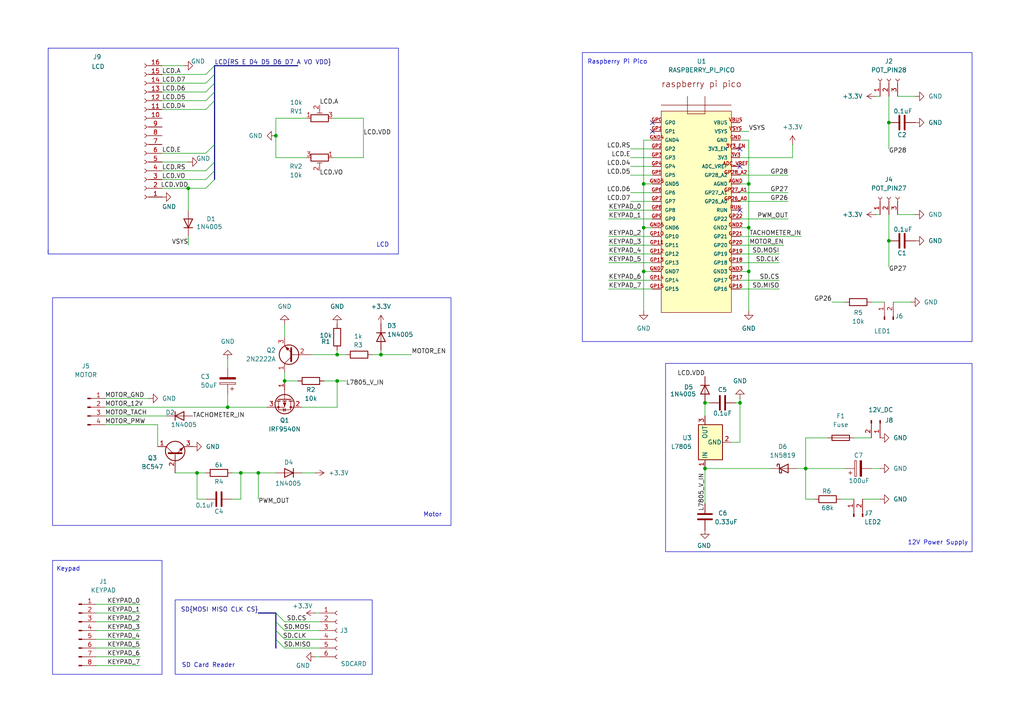
<source format=kicad_sch>
(kicad_sch (version 20231120) (generator "eeschema") (generator_version "8.0")
  (paper "A4")
  (title_block (title "spincoater") (date "2024-12-03") (rev "V1") (company "Waterloo Hacker Fab"))
  (lib_symbols
    (symbol "Connector:Conn_01x02_Pin" (pin_names (offset 1.016) hide)
      (property "Reference" "J" (at 0 2.54 0))
      (property "Value" "Conn_01x02_Pin" (at 0 -5.08 0))
      (symbol "Conn_01x02_Pin_1_1"
        (pin passive line (at 5.08 0 180) (length 3.81) (name "Pin_1") (number "1"))
        (pin passive line (at 5.08 -2.54 180) (length 3.81) (name "Pin_2") (number "2"))
      )
    )
    (symbol "Connector:Conn_01x03_Socket" (pin_names (offset 1.016) hide)
      (property "Reference" "J" (at 0 5.08 0))
      (property "Value" "Conn_01x03_Socket" (at 0 -5.08 0))
      (symbol "Conn_01x03_Socket_1_1"
        (pin passive line (at -5.08 2.54 0) (length 3.81) (name "Pin_1") (number "1"))
        (pin passive line (at -5.08 0 0) (length 3.81) (name "Pin_2") (number "2"))
        (pin passive line (at -5.08 -2.54 0) (length 3.81) (name "Pin_3") (number "3"))
      )
    )
    (symbol "Connector:Conn_01x04_Pin" (pin_names (offset 1.016) hide)
      (property "Reference" "J" (at 0 5.08 0))
      (property "Value" "Conn_01x04_Pin" (at 0 -7.62 0))
      (symbol "Conn_01x04_Pin_1_1"
        (pin passive line (at 5.08 2.54 180) (length 3.81) (name "Pin_1") (number "1"))
        (pin passive line (at 5.08 0 180) (length 3.81) (name "Pin_2") (number "2"))
        (pin passive line (at 5.08 -2.54 180) (length 3.81) (name "Pin_3") (number "3"))
        (pin passive line (at 5.08 -5.08 180) (length 3.81) (name "Pin_4") (number "4"))
      )
    )
    (symbol "Connector:Conn_01x06_Socket" (pin_names (offset 1.016) hide)
      (property "Reference" "J" (at 0 7.62 0))
      (property "Value" "Conn_01x06_Socket" (at 0 -10.16 0))
      (symbol "Conn_01x06_Socket_1_1"
        (pin passive line (at -5.08 5.08 0) (length 3.81) (name "Pin_1") (number "1"))
        (pin passive line (at -5.08 2.54 0) (length 3.81) (name "Pin_2") (number "2"))
        (pin passive line (at -5.08 0 0) (length 3.81) (name "Pin_3") (number "3"))
        (pin passive line (at -5.08 -2.54 0) (length 3.81) (name "Pin_4") (number "4"))
        (pin passive line (at -5.08 -5.08 0) (length 3.81) (name "Pin_5") (number "5"))
        (pin passive line (at -5.08 -7.62 0) (length 3.81) (name "Pin_6") (number "6"))
      )
    )
    (symbol "Connector:Conn_01x08_Pin" (pin_names (offset 1.016) hide)
      (property "Reference" "J" (at 0 10.16 0))
      (property "Value" "Conn_01x08_Pin" (at 0 -12.7 0))
      (symbol "Conn_01x08_Pin_1_1"
        (pin passive line (at 5.08 7.62 180) (length 3.81) (name "Pin_1") (number "1"))
        (pin passive line (at 5.08 5.08 180) (length 3.81) (name "Pin_2") (number "2"))
        (pin passive line (at 5.08 2.54 180) (length 3.81) (name "Pin_3") (number "3"))
        (pin passive line (at 5.08 0 180) (length 3.81) (name "Pin_4") (number "4"))
        (pin passive line (at 5.08 -2.54 180) (length 3.81) (name "Pin_5") (number "5"))
        (pin passive line (at 5.08 -5.08 180) (length 3.81) (name "Pin_6") (number "6"))
        (pin passive line (at 5.08 -7.62 180) (length 3.81) (name "Pin_7") (number "7"))
        (pin passive line (at 5.08 -10.16 180) (length 3.81) (name "Pin_8") (number "8"))
      )
    )
    (symbol "Connector:Conn_01x16_Socket" (pin_names (offset 1.016) hide)
      (property "Reference" "J" (at 0 20.32 0))
      (property "Value" "Conn_01x16_Socket" (at 0 -22.86 0))
      (symbol "Conn_01x16_Socket_1_1"
        (pin passive line (at -5.08 17.78 0) (length 3.81) (name "Pin_1") (number "1"))
        (pin passive line (at -5.08 -5.08 0) (length 3.81) (name "Pin_10") (number "10"))
        (pin passive line (at -5.08 -7.62 0) (length 3.81) (name "Pin_11") (number "11"))
        (pin passive line (at -5.08 -10.16 0) (length 3.81) (name "Pin_12") (number "12"))
        (pin passive line (at -5.08 -12.7 0) (length 3.81) (name "Pin_13") (number "13"))
        (pin passive line (at -5.08 -15.24 0) (length 3.81) (name "Pin_14") (number "14"))
        (pin passive line (at -5.08 -17.78 0) (length 3.81) (name "Pin_15") (number "15"))
        (pin passive line (at -5.08 -20.32 0) (length 3.81) (name "Pin_16") (number "16"))
        (pin passive line (at -5.08 15.24 0) (length 3.81) (name "Pin_2") (number "2"))
        (pin passive line (at -5.08 12.7 0) (length 3.81) (name "Pin_3") (number "3"))
        (pin passive line (at -5.08 10.16 0) (length 3.81) (name "Pin_4") (number "4"))
        (pin passive line (at -5.08 7.62 0) (length 3.81) (name "Pin_5") (number "5"))
        (pin passive line (at -5.08 5.08 0) (length 3.81) (name "Pin_6") (number "6"))
        (pin passive line (at -5.08 2.54 0) (length 3.81) (name "Pin_7") (number "7"))
        (pin passive line (at -5.08 0 0) (length 3.81) (name "Pin_8") (number "8"))
        (pin passive line (at -5.08 -2.54 0) (length 3.81) (name "Pin_9") (number "9"))
      )
    )
    (symbol "Device:C" (pin_numbers hide) (pin_names (offset 0.254))
      (property "Reference" "C" (at 0.635 2.54 0))
      (property "Value" "C" (at 0.635 -2.54 0))
      (symbol "C_1_1"
        (pin passive line (at 0 3.81 270) (length 2.794) (name "~") (number "1"))
        (pin passive line (at 0 -3.81 90) (length 2.794) (name "~") (number "2"))
      )
    )
    (symbol "Device:C_Polarized" (pin_numbers hide) (pin_names (offset 0.254))
      (property "Reference" "C" (at 0.635 2.54 0))
      (property "Value" "C_Polarized" (at 0.635 -2.54 0))
      (symbol "C_Polarized_1_1"
        (pin passive line (at 0 3.81 270) (length 2.794) (name "~") (number "1"))
        (pin passive line (at 0 -3.81 90) (length 2.794) (name "~") (number "2"))
      )
    )
    (symbol "Device:Fuse" (pin_numbers hide) (pin_names (offset 0))
      (property "Reference" "F" (at 2.032 0 90))
      (property "Value" "Fuse" (at -1.905 0 90))
      (symbol "Fuse_1_1"
        (pin passive line (at 0 3.81 270) (length 1.27) (name "~") (number "1"))
        (pin passive line (at 0 -3.81 90) (length 1.27) (name "~") (number "2"))
      )
    )
    (symbol "Device:R" (pin_numbers hide) (pin_names (offset 0))
      (property "Reference" "R" (at 2.032 0 90))
      (property "Value" "R" (at 0 0 90))
      (symbol "R_1_1"
        (pin passive line (at 0 3.81 270) (length 1.27) (name "~") (number "1"))
        (pin passive line (at 0 -3.81 90) (length 1.27) (name "~") (number "2"))
      )
    )
    (symbol "Device:R_Potentiometer_Trim" (pin_names (offset 1.016) hide)
      (property "Reference" "RV" (at -4.445 0 90))
      (property "Value" "R_Potentiometer_Trim" (at -2.54 0 90))
      (symbol "R_Potentiometer_Trim_1_1"
        (pin passive line (at 0 3.81 270) (length 1.27) (name "1") (number "1"))
        (pin passive line (at 3.81 0 180) (length 1.27) (name "2") (number "2"))
        (pin passive line (at 0 -3.81 90) (length 1.27) (name "3") (number "3"))
      )
    )
    (symbol "Diode:1N4005" (pin_numbers hide) (pin_names hide)
      (property "Reference" "D" (at 0 2.54 0))
      (property "Value" "1N4005" (at 0 -2.54 0))
      (symbol "1N4005_1_1"
        (pin passive line (at -3.81 0 0) (length 2.54) (name "K") (number "1"))
        (pin passive line (at 3.81 0 180) (length 2.54) (name "A") (number "2"))
      )
    )
    (symbol "Diode:1N5819" (pin_numbers hide) (pin_names (offset 1.016) hide)
      (property "Reference" "D" (at 0 2.54 0))
      (property "Value" "1N5819" (at 0 -2.54 0))
      (symbol "1N5819_1_1"
        (pin passive line (at -3.81 0 0) (length 2.54) (name "K") (number "1"))
        (pin passive line (at 3.81 0 180) (length 2.54) (name "A") (number "2"))
      )
    )
    (symbol "RPI_PICO:RASPBERRY_PI_PICO" (pin_names (offset 1.016))
      (property "Reference" "U" (at 0 0 0))
      (property "Value" "RASPBERRY_PI_PICO" (at 0 0 0))
      (symbol "RASPBERRY_PI_PICO_0_0"
        (text "raspberry pi pico" (at -7.62 30.48 0) (effects (font (size 1.778 1.778)) (justify left bottom)))
        (pin bidirectional line (at 15.24 10.16 180) (length 2.54) (name "3V3") (number "3V3"))
        (pin bidirectional line (at 15.24 12.7 180) (length 2.54) (name "3V3_EN") (number "3V3_EN"))
        (pin bidirectional line (at 15.24 7.62 180) (length 2.54) (name "ADC_VREF") (number "ADC_VREF"))
        (pin bidirectional line (at 15.24 2.54 180) (length 2.54) (name "AGND") (number "AGND"))
        (pin bidirectional line (at 15.24 15.24 180) (length 2.54) (name "GND") (number "GND"))
        (pin bidirectional line (at 15.24 -10.16 180) (length 2.54) (name "GND2") (number "GND2"))
        (pin bidirectional line (at 15.24 -22.86 180) (length 2.54) (name "GND3") (number "GND3"))
        (pin bidirectional line (at -10.16 15.24 0) (length 2.54) (name "GND4") (number "GND4"))
        (pin bidirectional line (at -10.16 2.54 0) (length 2.54) (name "GND5") (number "GND5"))
        (pin bidirectional line (at -10.16 -10.16 0) (length 2.54) (name "GND6") (number "GND6"))
        (pin bidirectional line (at -10.16 -22.86 0) (length 2.54) (name "GND7") (number "GND7"))
        (pin bidirectional line (at -10.16 20.32 0) (length 2.54) (name "GP0") (number "GP0"))
        (pin bidirectional line (at -10.16 17.78 0) (length 2.54) (name "GP1") (number "GP1"))
        (pin bidirectional line (at -10.16 -12.7 0) (length 2.54) (name "GP10") (number "GP10"))
        (pin bidirectional line (at -10.16 -15.24 0) (length 2.54) (name "GP11") (number "GP11"))
        (pin bidirectional line (at -10.16 -17.78 0) (length 2.54) (name "GP12") (number "GP12"))
        (pin bidirectional line (at -10.16 -20.32 0) (length 2.54) (name "GP13") (number "GP13"))
        (pin bidirectional line (at -10.16 -25.4 0) (length 2.54) (name "GP14") (number "GP14"))
        (pin bidirectional line (at -10.16 -27.94 0) (length 2.54) (name "GP15") (number "GP15"))
        (pin bidirectional line (at 15.24 -27.94 180) (length 2.54) (name "GP16") (number "GP16"))
        (pin bidirectional line (at 15.24 -25.4 180) (length 2.54) (name "GP17") (number "GP17"))
        (pin bidirectional line (at 15.24 -20.32 180) (length 2.54) (name "GP18") (number "GP18"))
        (pin bidirectional line (at 15.24 -17.78 180) (length 2.54) (name "GP19") (number "GP19"))
        (pin bidirectional line (at -10.16 12.7 0) (length 2.54) (name "GP2") (number "GP2"))
        (pin bidirectional line (at 15.24 -15.24 180) (length 2.54) (name "GP20") (number "GP20"))
        (pin bidirectional line (at 15.24 -12.7 180) (length 2.54) (name "GP21") (number "GP21"))
        (pin bidirectional line (at 15.24 -7.62 180) (length 2.54) (name "GP22") (number "GP22"))
        (pin bidirectional line (at 15.24 -2.54 180) (length 2.54) (name "GP26_A0") (number "GP26_A0"))
        (pin bidirectional line (at 15.24 0 180) (length 2.54) (name "GP27_A1") (number "GP27_A1"))
        (pin bidirectional line (at 15.24 5.08 180) (length 2.54) (name "GP28_A2") (number "GP28_A2"))
        (pin bidirectional line (at -10.16 10.16 0) (length 2.54) (name "GP3") (number "GP3"))
        (pin bidirectional line (at -10.16 7.62 0) (length 2.54) (name "GP4") (number "GP4"))
        (pin bidirectional line (at -10.16 5.08 0) (length 2.54) (name "GP5") (number "GP5"))
        (pin bidirectional line (at -10.16 0 0) (length 2.54) (name "GP6") (number "GP6"))
        (pin bidirectional line (at -10.16 -2.54 0) (length 2.54) (name "GP7") (number "GP7"))
        (pin bidirectional line (at -10.16 -5.08 0) (length 2.54) (name "GP8") (number "GP8"))
        (pin bidirectional line (at -10.16 -7.62 0) (length 2.54) (name "GP9") (number "GP9"))
        (pin bidirectional line (at 15.24 -5.08 180) (length 2.54) (name "RUN") (number "RUN"))
        (pin bidirectional line (at 15.24 20.32 180) (length 2.54) (name "VBUS") (number "VBUS"))
        (pin bidirectional line (at 15.24 17.78 180) (length 2.54) (name "VSYS") (number "VSYS"))
      )
    )
    (symbol "Regulator_Linear:L7805" (pin_names (offset 0.254))
      (property "Reference" "U" (at -3.81 3.175 0))
      (property "Value" "L7805" (at 0 3.175 0))
      (symbol "L7805_1_1"
        (pin power_in line (at -7.62 0 0) (length 2.54) (name "IN") (number "1"))
        (pin power_in line (at 0 -7.62 90) (length 2.54) (name "GND") (number "2"))
        (pin power_out line (at 7.62 0 180) (length 2.54) (name "OUT") (number "3"))
      )
    )
    (symbol "Transistor_BJT:BC547" (pin_names (offset 0) hide)
      (property "Reference" "Q" (at 5.08 1.905 0))
      (property "Value" "BC547" (at 5.08 0 0))
      (symbol "BC547_1_1"
        (pin passive line (at 2.54 5.08 270) (length 2.54) (name "C") (number "1"))
        (pin input line (at -5.08 0 0) (length 5.08) (name "B") (number "2"))
        (pin passive line (at 2.54 -5.08 90) (length 2.54) (name "E") (number "3"))
      )
    )
    (symbol "Transistor_FET:IRF9540N" (pin_names hide)
      (property "Reference" "Q" (at 5.08 1.905 0))
      (property "Value" "IRF9540N" (at 5.08 0 0))
      (symbol "IRF9540N_1_1"
        (pin input line (at -5.08 0 0) (length 2.54) (name "G") (number "1"))
        (pin passive line (at 2.54 5.08 270) (length 2.54) (name "D") (number "2"))
        (pin passive line (at 2.54 -5.08 90) (length 2.54) (name "S") (number "3"))
      )
    )
    (symbol "power:+3.3V" (power) (pin_numbers hide) (pin_names (offset 0) hide)
      (property "Value" "+3.3V" (at 0 3.556 0))
      (symbol "+3.3V_1_1"
        (pin power_in line (at 0 0 90) (length 0) (name "~") (number "1"))
      )
    )
    (symbol "power:GND" (power) (pin_numbers hide) (pin_names (offset 0) hide)
      (property "Value" "GND" (at 0 -3.81 0))
      (symbol "GND_1_1"
        (pin power_in line (at 0 0 270) (length 0) (name "~") (number "1"))
      )
    )
  )
  (junction (at 110.49 102.87))
  (junction (at 214.63 116.84))
  (junction (at 186.69 53.34))
  (junction (at 66.04 118.11))
  (junction (at 82.55 110.49))
  (junction (at 217.17 53.34))
  (junction (at 233.68 135.89))
  (junction (at 74.93 137.16))
  (junction (at 54.61 54.61))
  (junction (at 57.15 137.16))
  (junction (at 186.69 78.74))
  (junction (at 257.81 69.85))
  (junction (at 97.79 102.87))
  (junction (at 186.69 66.04))
  (junction (at 97.79 110.49))
  (junction (at 257.81 35.56))
  (junction (at 204.47 116.84))
  (junction (at 217.17 66.04))
  (junction (at 217.17 78.74))
  (junction (at 204.47 135.89))
  (junction (at 80.01 39.37))
  (junction (at 69.85 137.16))
  (no_connect (at 214.63 43.18))
  (no_connect (at 189.23 35.56))
  (no_connect (at 189.23 38.1))
  (no_connect (at 214.63 60.96))
  (no_connect (at 214.63 48.26))
  (bus_entry (at 80.01 185.42) (size 2.54 2.54))
  (bus_entry (at 80.01 177.8) (size 2.54 2.54))
  (bus_entry (at 62.23 29.21) (size -2.54 2.54))
  (bus_entry (at 62.23 26.67) (size -2.54 2.54))
  (bus_entry (at 62.23 21.59) (size -2.54 2.54))
  (bus_entry (at 62.23 52.07) (size -2.54 2.54))
  (bus_entry (at 62.23 41.91) (size -2.54 2.54))
  (bus_entry (at 62.23 46.99) (size -2.54 2.54))
  (bus_entry (at 80.01 182.88) (size 2.54 2.54))
  (bus_entry (at 62.23 19.05) (size -2.54 2.54))
  (bus_entry (at 62.23 49.53) (size -2.54 2.54))
  (bus_entry (at 62.23 24.13) (size -2.54 2.54))
  (bus_entry (at 80.01 180.34) (size 2.54 2.54))
  (wire (pts (xy 257.81 62.23) (xy 257.81 69.85)))
  (wire (pts (xy 214.63 83.82) (xy 226.06 83.82)))
  (wire (pts (xy 214.63 116.84) (xy 214.63 128.27)))
  (wire (pts (xy 182.88 48.26) (xy 189.23 48.26)))
  (wire (pts (xy 105.41 34.29) (xy 105.41 45.72)))
  (wire (pts (xy 182.88 45.72) (xy 189.23 45.72)))
  (wire (pts (xy 254 62.23) (xy 255.27 62.23)))
  (bus (pts (xy 80.01 180.34) (xy 80.01 177.8)))
  (wire (pts (xy 260.35 27.94) (xy 265.43 27.94)))
  (wire (pts (xy 257.81 27.94) (xy 257.81 35.56)))
  (wire (pts (xy 110.49 101.6) (xy 110.49 102.87)))
  (wire (pts (xy 30.48 115.57) (xy 43.18 115.57)))
  (wire (pts (xy 57.15 137.16) (xy 57.15 144.78)))
  (wire (pts (xy 214.63 63.5) (xy 228.6 63.5)))
  (wire (pts (xy 97.79 102.87) (xy 90.17 102.87)))
  (wire (pts (xy 217.17 78.74) (xy 217.17 66.04)))
  (wire (pts (xy 82.55 97.79) (xy 82.55 93.98)))
  (wire (pts (xy 214.63 45.72) (xy 229.87 45.72)))
  (wire (pts (xy 182.88 55.88) (xy 189.23 55.88)))
  (wire (pts (xy 54.61 54.61) (xy 59.69 54.61)))
  (wire (pts (xy 228.6 55.88) (xy 214.63 55.88)))
  (wire (pts (xy 74.93 137.16) (xy 74.93 144.78)))
  (wire (pts (xy 40.64 180.34) (xy 27.94 180.34)))
  (wire (pts (xy 30.48 123.19) (xy 45.72 123.19)))
  (wire (pts (xy 233.68 144.78) (xy 233.68 135.89)))
  (wire (pts (xy 214.63 38.1) (xy 217.17 38.1)))
  (wire (pts (xy 92.71 177.8) (xy 91.44 177.8)))
  (wire (pts (xy 214.63 115.57) (xy 214.63 116.84)))
  (wire (pts (xy 229.87 41.91) (xy 229.87 45.72)))
  (wire (pts (xy 46.99 26.67) (xy 59.69 26.67)))
  (bus (pts (xy 80.01 182.88) (xy 80.01 180.34)))
  (wire (pts (xy 186.69 66.04) (xy 186.69 78.74)))
  (wire (pts (xy 186.69 40.64) (xy 186.69 53.34)))
  (wire (pts (xy 66.04 104.14) (xy 66.04 106.68)))
  (wire (pts (xy 228.6 50.8) (xy 214.63 50.8)))
  (wire (pts (xy 212.09 128.27) (xy 214.63 128.27)))
  (wire (pts (xy 69.85 137.16) (xy 74.93 137.16)))
  (wire (pts (xy 186.69 78.74) (xy 189.23 78.74)))
  (wire (pts (xy 241.3 87.63) (xy 245.11 87.63)))
  (wire (pts (xy 259.08 87.63) (xy 264.16 87.63)))
  (wire (pts (xy 257.81 35.56) (xy 257.81 43.18)))
  (wire (pts (xy 176.53 83.82) (xy 189.23 83.82)))
  (wire (pts (xy 97.79 101.6) (xy 97.79 102.87)))
  (wire (pts (xy 260.35 62.23) (xy 265.43 62.23)))
  (wire (pts (xy 250.19 144.78) (xy 255.27 144.78)))
  (wire (pts (xy 186.69 53.34) (xy 189.23 53.34)))
  (wire (pts (xy 233.68 135.89) (xy 233.68 127)))
  (wire (pts (xy 231.14 135.89) (xy 233.68 135.89)))
  (wire (pts (xy 176.53 63.5) (xy 189.23 63.5)))
  (wire (pts (xy 204.47 135.89) (xy 223.52 135.89)))
  (wire (pts (xy 45.72 123.19) (xy 45.72 129.54)))
  (bus (pts (xy 62.23 24.13) (xy 62.23 26.67)))
  (bus (pts (xy 80.01 185.42) (xy 80.01 187.96)))
  (wire (pts (xy 46.99 49.53) (xy 59.69 49.53)))
  (bus (pts (xy 62.23 21.59) (xy 62.23 24.13)))
  (wire (pts (xy 82.55 182.88) (xy 92.71 182.88)))
  (wire (pts (xy 67.31 144.78) (xy 69.85 144.78)))
  (wire (pts (xy 176.53 71.12) (xy 189.23 71.12)))
  (wire (pts (xy 176.53 68.58) (xy 189.23 68.58)))
  (wire (pts (xy 97.79 118.11) (xy 87.63 118.11)))
  (wire (pts (xy 176.53 73.66) (xy 189.23 73.66)))
  (wire (pts (xy 40.64 187.96) (xy 27.94 187.96)))
  (wire (pts (xy 217.17 66.04) (xy 217.17 53.34)))
  (wire (pts (xy 59.69 144.78) (xy 57.15 144.78)))
  (wire (pts (xy 204.47 135.89) (xy 204.47 146.05)))
  (wire (pts (xy 66.04 114.3) (xy 66.04 118.11)))
  (wire (pts (xy 233.68 127) (xy 240.03 127)))
  (wire (pts (xy 214.63 68.58) (xy 232.41 68.58)))
  (wire (pts (xy 217.17 53.34) (xy 217.17 40.64)))
  (wire (pts (xy 53.34 19.05) (xy 46.99 19.05)))
  (wire (pts (xy 214.63 58.42) (xy 228.6 58.42)))
  (wire (pts (xy 186.69 53.34) (xy 186.69 66.04)))
  (wire (pts (xy 96.52 34.29) (xy 105.41 34.29)))
  (wire (pts (xy 27.94 177.8) (xy 40.64 177.8)))
  (wire (pts (xy 93.98 110.49) (xy 97.79 110.49)))
  (wire (pts (xy 40.64 193.04) (xy 27.94 193.04)))
  (wire (pts (xy 186.69 78.74) (xy 186.69 90.17)))
  (wire (pts (xy 80.01 45.72) (xy 88.9 45.72)))
  (wire (pts (xy 107.95 102.87) (xy 110.49 102.87)))
  (wire (pts (xy 252.73 127) (xy 247.65 127)))
  (bus (pts (xy 62.23 19.05) (xy 62.23 21.59)))
  (wire (pts (xy 80.01 34.29) (xy 80.01 39.37)))
  (wire (pts (xy 46.99 29.21) (xy 59.69 29.21)))
  (wire (pts (xy 57.15 137.16) (xy 59.69 137.16)))
  (bus (pts (xy 62.23 29.21) (xy 62.23 41.91)))
  (wire (pts (xy 97.79 110.49) (xy 97.79 118.11)))
  (wire (pts (xy 30.48 118.11) (xy 66.04 118.11)))
  (wire (pts (xy 252.73 135.89) (xy 255.27 135.89)))
  (bus (pts (xy 62.23 49.53) (xy 62.23 52.07)))
  (wire (pts (xy 82.55 187.96) (xy 92.71 187.96)))
  (wire (pts (xy 40.64 185.42) (xy 27.94 185.42)))
  (wire (pts (xy 214.63 116.84) (xy 213.36 116.84)))
  (wire (pts (xy 176.53 76.2) (xy 189.23 76.2)))
  (wire (pts (xy 46.99 31.75) (xy 59.69 31.75)))
  (wire (pts (xy 97.79 102.87) (xy 100.33 102.87)))
  (wire (pts (xy 176.53 60.96) (xy 189.23 60.96)))
  (wire (pts (xy 214.63 81.28) (xy 226.06 81.28)))
  (wire (pts (xy 236.22 144.78) (xy 233.68 144.78)))
  (wire (pts (xy 214.63 76.2) (xy 226.06 76.2)))
  (wire (pts (xy 182.88 50.8) (xy 189.23 50.8)))
  (wire (pts (xy 88.9 34.29) (xy 80.01 34.29)))
  (wire (pts (xy 40.64 175.26) (xy 27.94 175.26)))
  (wire (pts (xy 82.55 185.42) (xy 92.71 185.42)))
  (wire (pts (xy 91.44 137.16) (xy 87.63 137.16)))
  (wire (pts (xy 243.84 144.78) (xy 247.65 144.78)))
  (wire (pts (xy 252.73 87.63) (xy 256.54 87.63)))
  (wire (pts (xy 54.61 60.96) (xy 54.61 54.61)))
  (wire (pts (xy 40.64 190.5) (xy 27.94 190.5)))
  (bus (pts (xy 62.23 46.99) (xy 62.23 49.53)))
  (wire (pts (xy 257.81 69.85) (xy 257.81 77.47)))
  (wire (pts (xy 217.17 90.17) (xy 217.17 78.74)))
  (wire (pts (xy 46.99 44.45) (xy 59.69 44.45)))
  (bus (pts (xy 62.23 26.67) (xy 62.23 29.21)))
  (wire (pts (xy 217.17 66.04) (xy 214.63 66.04)))
  (wire (pts (xy 82.55 110.49) (xy 86.36 110.49)))
  (wire (pts (xy 217.17 40.64) (xy 214.63 40.64)))
  (wire (pts (xy 50.8 137.16) (xy 57.15 137.16)))
  (wire (pts (xy 214.63 71.12) (xy 227.33 71.12)))
  (wire (pts (xy 204.47 116.84) (xy 205.74 116.84)))
  (wire (pts (xy 80.01 39.37) (xy 80.01 45.72)))
  (bus (pts (xy 74.93 177.8) (xy 80.01 177.8)))
  (bus (pts (xy 80.01 182.88) (xy 80.01 185.42)))
  (wire (pts (xy 46.99 21.59) (xy 59.69 21.59)))
  (wire (pts (xy 204.47 120.65) (xy 204.47 116.84)))
  (wire (pts (xy 69.85 144.78) (xy 69.85 137.16)))
  (wire (pts (xy 46.99 24.13) (xy 59.69 24.13)))
  (wire (pts (xy 186.69 66.04) (xy 189.23 66.04)))
  (wire (pts (xy 66.04 118.11) (xy 77.47 118.11)))
  (wire (pts (xy 67.31 137.16) (xy 69.85 137.16)))
  (wire (pts (xy 217.17 53.34) (xy 214.63 53.34)))
  (wire (pts (xy 110.49 102.87) (xy 119.38 102.87)))
  (wire (pts (xy 97.79 110.49) (xy 100.33 110.49)))
  (wire (pts (xy 186.69 40.64) (xy 189.23 40.64)))
  (wire (pts (xy 82.55 180.34) (xy 92.71 180.34)))
  (wire (pts (xy 182.88 43.18) (xy 189.23 43.18)))
  (wire (pts (xy 40.64 182.88) (xy 27.94 182.88)))
  (wire (pts (xy 82.55 107.95) (xy 82.55 110.49)))
  (bus (pts (xy 62.23 19.05) (xy 86.36 19.05)))
  (wire (pts (xy 182.88 58.42) (xy 189.23 58.42)))
  (wire (pts (xy 46.99 54.61) (xy 54.61 54.61)))
  (wire (pts (xy 91.44 190.5) (xy 92.71 190.5)))
  (wire (pts (xy 54.61 71.12) (xy 54.61 68.58)))
  (wire (pts (xy 30.48 120.65) (xy 48.26 120.65)))
  (wire (pts (xy 74.93 137.16) (xy 80.01 137.16)))
  (wire (pts (xy 96.52 45.72) (xy 105.41 45.72)))
  (wire (pts (xy 233.68 135.89) (xy 245.11 135.89)))
  (wire (pts (xy 46.99 52.07) (xy 59.69 52.07)))
  (wire (pts (xy 254 27.94) (xy 255.27 27.94)))
  (wire (pts (xy 176.53 81.28) (xy 189.23 81.28)))
  (wire (pts (xy 217.17 78.74) (xy 214.63 78.74)))
  (wire (pts (xy 54.61 46.99) (xy 46.99 46.99)))
  (wire (pts (xy 214.63 73.66) (xy 226.06 73.66)))
  (bus (pts (xy 62.23 41.91) (xy 62.23 46.99)))
  (rectangle (start 193.04 105.41) (end 281.94 160.02))
  (rectangle (start 50.8 173.99) (end 107.95 195.58))
  (rectangle (start 13.97 73.66) (end 13.97 72.39))
  (rectangle (start 168.91 15.24) (end 281.94 99.06))
  (rectangle (start 13.97 13.97) (end 115.57 73.66))
  (rectangle (start 15.24 86.36) (end 130.81 152.4))
  (rectangle (start 15.24 162.56) (end 46.99 195.58))
  (text "Keypad" (at 19.812 165.1 0) (effects (font (size 1.27 1.27))))
  (text "SD Card Reader" (at 60.452 193.04 0) (effects (font (size 1.27 1.27))))
  (text "Motor" (at 125.476 149.352 0) (effects (font (size 1.27 1.27))))
  (text "LCD" (at 110.998 71.12 0) (effects (font (size 1.27 1.27))))
  (text "12V Power Supply" (at 272.034 157.48 0) (effects (font (size 1.27 1.27))))
  (text "Raspberry Pi Pico" (at 179.07 18.034 0) (effects (font (size 1.27 1.27))))
  (label "KEYPAD_5" (at 176.53 76.2 0))
  (label "KEYPAD_7" (at 40.64 193.04 180))
  (label "LCD.D7" (at 46.99 24.13 0))
  (label "LCD.RS" (at 46.99 49.53 0))
  (label "MOTOR_PMW" (at 30.48 123.19 0))
  (label "SD.MOSI" (at 226.06 73.66 180))
  (label "SD.CLK" (at 88.9 185.42 180))
  (label "KEYPAD_6" (at 40.64 190.5 180))
  (label "KEYPAD_6" (at 176.53 81.28 0))
  (label "VSYS" (at 54.61 71.12 180))
  (label "KEYPAD_7" (at 176.53 83.82 0))
  (label "MOTOR_GND" (at 30.48 115.57 0))
  (label "KEYPAD_3" (at 40.64 182.88 180))
  (label "KEYPAD_4" (at 40.64 185.42 180))
  (label "MOTOR_EN" (at 227.33 71.12 180))
  (label "TACHOMETER_IN" (at 55.88 120.65 0))
  (label "VSYS" (at 217.17 38.1 0))
  (label "KEYPAD_0" (at 176.53 60.96 0))
  (label "LCD.RS" (at 182.88 43.18 180))
  (label "LCD.D6" (at 46.99 26.67 0))
  (label "GP27" (at 228.6 55.88 180))
  (label "KEYPAD_4" (at 176.53 73.66 0))
  (label "LCD.VDD" (at 54.61 54.61 180))
  (label "PWM_OUT" (at 74.93 144.78 0))
  (label "LCD{RS E D4 D5 D6 D7 A VO VDD}" (at 62.23 19.05 0))
  (label "LCD.A" (at 92.71 30.48 0))
  (label "LCD.VDD" (at 105.41 39.37 0))
  (label "KEYPAD_2" (at 176.53 68.58 0))
  (label "KEYPAD_3" (at 176.53 71.12 0))
  (label "SD{MOSI MISO CLK CS}" (at 74.93 177.8 180))
  (label "LCD.D5" (at 182.88 50.8 180))
  (label "LCD.D7" (at 182.88 58.42 180))
  (label "MOTOR_EN" (at 119.38 102.87 0))
  (label "KEYPAD_5" (at 40.64 187.96 180))
  (label "GP28" (at 228.6 50.8 180))
  (label "MOTOR_TACH" (at 30.48 120.65 0))
  (label "L7805_V_IN" (at 100.33 110.49 0))
  (label "GP27" (at 257.81 77.47 0))
  (label "SD.MOSI" (at 90.17 182.88 180))
  (label "GP26" (at 241.3 87.63 180))
  (label "KEYPAD_2" (at 40.64 180.34 180))
  (label "LCD.VDD" (at 204.47 109.22 180))
  (label "LCD.D4" (at 182.88 48.26 180))
  (label "GP28" (at 257.81 43.18 0))
  (label "SD.MISO" (at 226.06 83.82 180))
  (label "KEYPAD_1" (at 176.53 63.5 0))
  (label "SD.MISO" (at 90.17 187.96 180))
  (label "KEYPAD_0" (at 40.64 175.26 180))
  (label "TACHOMETER_IN" (at 232.41 68.58 180))
  (label "L7805_V_IN" (at 204.47 137.16 270))
  (label "MOTOR_12V" (at 30.48 118.11 0))
  (label "LCD.E" (at 46.99 44.45 0))
  (label "LCD.D4" (at 46.99 31.75 0))
  (label "PWM_OUT" (at 228.6 63.5 180))
  (label "SD.CS" (at 88.9 180.34 180))
  (label "LCD.E" (at 182.88 45.72 180))
  (label "LCD.D6" (at 182.88 55.88 180))
  (label "LCD.VO" (at 92.71 49.53 0))
  (label "SD.CS" (at 226.06 81.28 180))
  (label "GP26" (at 228.6 58.42 180))
  (label "SD.CLK" (at 226.06 76.2 180))
  (label "KEYPAD_1" (at 40.64 177.8 180))
  (label "LCD.A" (at 46.99 21.59 0))
  (label "LCD.VO" (at 46.99 52.07 0))
  (label "LCD.D5" (at 46.99 29.21 0))
  (symbol (lib_id "Device:C_Polarized") (at 248.92 135.89 90) (unit 1)
    (property "Reference" "C7" (at 247.65 132.08 90) (effects (justify right)))
    (property "Value" "100uF" (at 246.126 139.446 90) (effects (justify right)))
    (property "Footprint" "Capacitor_THT:CP_Radial_D13.0mm_P5.00mm" (effects (hide yes)))
    (property "Description" "Polarized capacitor" (effects (hide yes)))
  )
  (symbol (lib_id "Device:Fuse") (at 243.84 127 90) (unit 1)
    (property "Reference" "F1" (at 243.84 120.65 90))
    (property "Value" "Fuse" (at 243.84 123.19 90))
    (property "Footprint" "Fuse:Fuseholder_Keystone_3555-2" (effects (hide yes)))
    (property "Description" "Fuse" (effects (hide yes)))
  )
  (symbol (lib_id "power:GND") (at 91.44 190.5 270) (unit 1)
    (property "Reference" "#PWR010" (effects (hide yes)))
    (property "Value" "GND" (at 89.916 193.04 90) (effects (justify right)))
    (property "Description" "Power symbol creates a global label with name \"GND\" , ground" (effects (hide yes)))
  )
  (symbol (lib_id "Device:R") (at 90.17 110.49 90) (unit 1)
    (property "Reference" "R2" (at 90.17 113.03 90))
    (property "Value" "10k" (at 90.17 115.57 90))
    (property "Footprint" "Resistor_SMD:R_0603_1608Metric_Pad0.98x0.95mm_HandSolder" (effects (hide yes)))
    (property "Description" "Resistor" (effects (hide yes)))
  )
  (symbol (lib_id "Device:R") (at 240.03 144.78 90) (unit 1)
    (property "Reference" "R6" (at 239.776 142.494 90))
    (property "Value" "68k" (at 240.03 147.32 90))
    (property "Footprint" "Resistor_SMD:R_0603_1608Metric_Pad0.98x0.95mm_HandSolder" (effects (hide yes)))
    (property "Description" "Resistor" (effects (hide yes)))
  )
  (symbol (lib_id "power:GND") (at 255.27 127 90) (unit 1)
    (property "Reference" "#PWR026" (effects (hide yes)))
    (property "Value" "GND" (at 259.08 126.9999 90) (effects (justify right)))
    (property "Description" "Power symbol creates a global label with name \"GND\" , ground" (effects (hide yes)))
  )
  (symbol (lib_id "Device:C") (at 261.62 35.56 90) (unit 1)
    (property "Reference" "C2" (at 261.62 39.116 90))
    (property "Value" "0.1uF" (at 261.874 32.258 90))
    (property "Footprint" "Capacitor_SMD:C_0603_1608Metric_Pad1.08x0.95mm_HandSolder" (effects (hide yes)))
    (property "Description" "Unpolarized capacitor" (effects (hide yes)))
  )
  (symbol (lib_id "power:+3.3V") (at 254 62.23 90) (unit 1)
    (property "Reference" "#PWR04" (effects (hide yes)))
    (property "Value" "+3.3V" (at 250.19 62.2299 90) (effects (justify left)))
    (property "Description" "Power symbol creates a global label with name \"+3.3V\"" (effects (hide yes)))
  )
  (symbol (lib_id "power:GND") (at 54.61 46.99 90) (unit 1)
    (property "Reference" "#PWR06" (effects (hide yes)))
    (property "Value" "GND" (at 56.896 45.974 90) (effects (justify right)))
    (property "Description" "Power symbol creates a global label with name \"GND\" , ground" (effects (hide yes)))
  )
  (symbol (lib_id "power:GND") (at 264.16 87.63 90) (unit 1)
    (property "Reference" "#PWR021" (effects (hide yes)))
    (property "Value" "GND" (at 267.97 87.6299 90) (effects (justify right)))
    (property "Description" "Power symbol creates a global label with name \"GND\" , ground" (effects (hide yes)))
  )
  (symbol (lib_id "Connector:Conn_01x03_Socket") (at 257.81 22.86 90) (unit 1)
    (property "Reference" "J2" (at 257.81 17.78 90))
    (property "Value" "POT_PIN28" (at 257.81 20.32 90))
    (property "Footprint" "Connector_PinSocket_2.54mm:PinSocket_1x03_P2.54mm_Vertical" (effects (hide yes)))
    (property "Description" "Generic connector, single row, 01x03, script generated" (effects (hide yes)))
  )
  (symbol (lib_id "Connector:Conn_01x03_Socket") (at 257.81 57.15 90) (unit 1)
    (property "Reference" "J4" (at 257.81 52.07 90))
    (property "Value" "POT_PIN27" (at 257.81 54.61 90))
    (property "Footprint" "Connector_PinSocket_2.54mm:PinSocket_1x03_P2.54mm_Vertical" (effects (hide yes)))
    (property "Description" "Generic connector, single row, 01x03, script generated" (effects (hide yes)))
  )
  (symbol (lib_id "power:GND") (at 46.99 57.15 90) (unit 1)
    (property "Reference" "#PWR05" (effects (hide yes)))
    (property "Value" "GND" (at 46.99 59.944 90) (effects (justify right)))
    (property "Description" "Power symbol creates a global label with name \"GND\" , ground" (effects (hide yes)))
  )
  (symbol (lib_id "power:GND") (at 66.04 104.14 180) (unit 1)
    (property "Reference" "#PWR027" (effects (hide yes)))
    (property "Value" "GND" (at 66.04 99.06 0))
    (property "Description" "Power symbol creates a global label with name \"GND\" , ground" (effects (hide yes)))
  )
  (symbol (lib_id "power:GND") (at 265.43 35.56 90) (unit 1)
    (property "Reference" "#PWR015" (effects (hide yes)))
    (property "Value" "GND" (at 269.24 35.5599 90) (effects (justify right)))
    (property "Description" "Power symbol creates a global label with name \"GND\" , ground" (effects (hide yes)))
  )
  (symbol (lib_id "Device:R") (at 248.92 87.63 90) (unit 1)
    (property "Reference" "R5" (at 248.92 90.678 90))
    (property "Value" "10k" (at 248.92 93.218 90))
    (property "Footprint" "Resistor_SMD:R_0603_1608Metric_Pad0.98x0.95mm_HandSolder" (effects (hide yes)))
    (property "Description" "Resistor" (effects (hide yes)))
  )
  (symbol (lib_id "power:GND") (at 265.43 27.94 90) (unit 1)
    (property "Reference" "#PWR013" (effects (hide yes)))
    (property "Value" "GND" (at 269.24 27.9399 90) (effects (justify right)))
    (property "Description" "Power symbol creates a global label with name \"GND\" , ground" (effects (hide yes)))
  )
  (symbol (lib_id "power:GND") (at 255.27 144.78 90) (unit 1)
    (property "Reference" "#PWR025" (effects (hide yes)))
    (property "Value" "GND" (at 259.08 144.7799 90) (effects (justify right)))
    (property "Description" "Power symbol creates a global label with name \"GND\" , ground" (effects (hide yes)))
  )
  (symbol (lib_id "Device:C_Polarized") (at 66.04 110.49 180) (unit 1)
    (property "Reference" "C3" (at 58.166 109.22 0) (effects (justify right)))
    (property "Value" "50uF" (at 58.166 111.76 0) (effects (justify right)))
    (property "Footprint" "Capacitor_THT:CP_Radial_D13.0mm_P5.00mm" (effects (hide yes)))
    (property "Description" "Polarized capacitor" (effects (hide yes)))
  )
  (symbol (lib_id "Device:R_Potentiometer_Trim") (at 92.71 34.29 90) (unit 1)
    (property "Reference" "RV1" (at 84.074 32.258 90) (effects (justify right)))
    (property "Value" "10k" (at 84.074 29.718 90) (effects (justify right)))
    (property "Footprint" "Potentiometer_THT:Potentiometer_Vishay_T93YA_Vertical" (effects (hide yes)))
    (property "Description" "Trim-potentiometer" (effects (hide yes)))
  )
  (symbol (lib_id "Regulator_Linear:L7805") (at 204.47 128.27 90) (unit 1)
    (property "Reference" "U3" (at 200.66 126.9999 90) (effects (justify left)))
    (property "Value" "L7805" (at 200.66 129.5399 90) (effects (justify left)))
    (property "Footprint" "Package_TO_SOT_THT:TO-220-3_Horizontal_TabUp" (effects (hide yes)))
    (property "Datasheet" "http://www.st.com/content/ccc/resource/technical/document/datasheet/41/4f/b3/b0/12/d4/47/88/CD00000444.pdf/files/CD00000444.pdf/jcr:content/translations/en.CD00000444.pdf" (effects (hide yes)))
    (property "Description" "Positive 1.5A 35V Linear Regulator, Fixed Output 5V, TO-220/TO-263/TO-252" (effects (hide yes)))
  )
  (symbol (lib_id "power:GND") (at 55.88 129.54 90) (unit 1)
    (property "Reference" "#PWR019" (effects (hide yes)))
    (property "Value" "GND" (at 59.69 129.5399 90) (effects (justify right)))
    (property "Description" "Power symbol creates a global label with name \"GND\" , ground" (effects (hide yes)))
  )
  (symbol (lib_id "Device:R") (at 63.5 137.16 90) (unit 1)
    (property "Reference" "R4" (at 63.5 139.7 90))
    (property "Value" "6k" (at 63.5 134.874 90))
    (property "Footprint" "Resistor_SMD:R_0603_1608Metric_Pad0.98x0.95mm_HandSolder" (effects (hide yes)))
    (property "Description" "Resistor" (effects (hide yes)))
  )
  (symbol (lib_id "Diode:1N4005") (at 83.82 137.16 180) (unit 1)
    (property "Reference" "D4" (at 85.09 134.112 0) (effects (justify left)))
    (property "Value" "1N4005" (at 87.376 140.208 0) (effects (justify left)))
    (property "Footprint" "Diode_THT:D_DO-41_SOD81_P10.16mm_Horizontal" (effects (hide yes)))
    (property "Datasheet" "http://www.vishay.com/docs/88503/1n4001.pdf" (effects (hide yes)))
    (property "Description" "600V 1A General Purpose Rectifier Diode, DO-41" (effects (hide yes)))
    (property "Sim.Device" "D" (effects (hide yes)))
    (property "Sim.Pins" "1=K 2=A" (effects (hide yes)))
  )
  (symbol (lib_id "Diode:1N5819") (at 227.33 135.89 0) (unit 1)
    (property "Reference" "D6" (at 227.0125 129.54 0))
    (property "Value" "1N5819" (at 227.0125 132.08 0))
    (property "Footprint" "Diode_THT:D_DO-41_SOD81_P10.16mm_Horizontal" (effects (hide yes)))
    (property "Datasheet" "http://www.vishay.com/docs/88525/1n5817.pdf" (effects (hide yes)))
    (property "Description" "40V 1A Schottky Barrier Rectifier Diode, DO-41" (effects (hide yes)))
  )
  (symbol (lib_id "Diode:1N4005") (at 52.07 120.65 0) (unit 1)
    (property "Reference" "D2" (at 48.006 119.634 0) (effects (justify left)))
    (property "Value" "1N4005" (at 49.53 123.19 0) (effects (justify left)))
    (property "Footprint" "Diode_THT:D_DO-41_SOD81_P10.16mm_Horizontal" (effects (hide yes)))
    (property "Datasheet" "http://www.vishay.com/docs/88503/1n4001.pdf" (effects (hide yes)))
    (property "Description" "600V 1A General Purpose Rectifier Diode, DO-41" (effects (hide yes)))
    (property "Sim.Device" "D" (effects (hide yes)))
    (property "Sim.Pins" "1=K 2=A" (effects (hide yes)))
  )
  (symbol (lib_id "power:GND") (at 214.63 115.57 180) (unit 1)
    (property "Reference" "#PWR022" (effects (hide yes)))
    (property "Value" "GND" (at 214.63 110.49 0))
    (property "Description" "Power symbol creates a global label with name \"GND\" , ground" (effects (hide yes)))
  )
  (symbol (lib_id "power:GND") (at 43.18 115.57 90) (unit 1)
    (property "Reference" "#PWR016" (effects (hide yes)))
    (property "Value" "GND" (at 46.99 115.5699 90) (effects (justify right)))
    (property "Description" "Power symbol creates a global label with name \"GND\" , ground" (effects (hide yes)))
  )
  (symbol (lib_id "Device:R_Potentiometer_Trim") (at 92.71 45.72 270) (unit 1)
    (property "Reference" "RV2" (at 85.852 48.26 90))
    (property "Value" "10k" (at 85.852 50.8 90))
    (property "Footprint" "Potentiometer_THT:Potentiometer_Vishay_T93YA_Vertical" (effects (hide yes)))
    (property "Description" "Trim-potentiometer" (effects (hide yes)))
  )
  (symbol (lib_id "Device:R") (at 104.14 102.87 90) (unit 1)
    (property "Reference" "R3" (at 103.886 100.076 90))
    (property "Value" "1k" (at 103.886 97.536 90))
    (property "Footprint" "Resistor_SMD:R_0603_1608Metric_Pad0.98x0.95mm_HandSolder" (effects (hide yes)))
    (property "Description" "Resistor" (effects (hide yes)))
  )
  (symbol (lib_id "power:+3.3V") (at 91.44 177.8 90) (unit 1)
    (property "Reference" "#PWR08" (effects (hide yes)))
    (property "Value" "+3.3V" (at 90.678 175.768 90) (effects (justify left)))
    (property "Description" "Power symbol creates a global label with name \"+3.3V\"" (effects (hide yes)))
  )
  (symbol (lib_id "power:GND") (at 97.79 93.98 180) (unit 1)
    (property "Reference" "#PWR028" (effects (hide yes)))
    (property "Value" "GND" (at 97.79 88.9 0))
    (property "Description" "Power symbol creates a global label with name \"GND\" , ground" (effects (hide yes)))
  )
  (symbol (lib_id "power:+3.3V") (at 254 27.94 90) (unit 1)
    (property "Reference" "#PWR012" (effects (hide yes)))
    (property "Value" "+3.3V" (at 250.19 27.9399 90) (effects (justify left)))
    (property "Description" "Power symbol creates a global label with name \"+3.3V\"" (effects (hide yes)))
  )
  (symbol (lib_id "power:GND") (at 82.55 93.98 180) (unit 1)
    (property "Reference" "#PWR018" (effects (hide yes)))
    (property "Value" "GND" (at 82.55 88.9 0))
    (property "Description" "Power symbol creates a global label with name \"GND\" , ground" (effects (hide yes)))
  )
  (symbol (lib_id "power:GND") (at 265.43 69.85 90) (unit 1)
    (property "Reference" "#PWR014" (effects (hide yes)))
    (property "Value" "GND" (at 269.24 69.8499 90) (effects (justify right)))
    (property "Description" "Power symbol creates a global label with name \"GND\" , ground" (effects (hide yes)))
  )
  (symbol (lib_id "power:GND") (at 53.34 19.05 90) (unit 1)
    (property "Reference" "#PWR07" (effects (hide yes)))
    (property "Value" "GND" (at 55.372 17.78 90) (effects (justify right)))
    (property "Description" "Power symbol creates a global label with name \"GND\" , ground" (effects (hide yes)))
  )
  (symbol (lib_id "power:+3.3V") (at 110.49 93.98 0) (unit 1)
    (property "Reference" "#PWR017" (effects (hide yes)))
    (property "Value" "+3.3V" (at 110.49 88.9 0))
    (property "Description" "Power symbol creates a global label with name \"+3.3V\"" (effects (hide yes)))
  )
  (symbol (lib_id "power:+3.3V") (at 229.87 41.91 0) (unit 1)
    (property "Reference" "#PWR09" (effects (hide yes)))
    (property "Value" "+3.3V" (at 229.87 36.83 0))
    (property "Description" "Power symbol creates a global label with name \"+3.3V\"" (effects (hide yes)))
  )
  (symbol (lib_id "Connector:Conn_01x02_Pin") (at 256.54 92.71 90) (unit 1)
    (property "Reference" "J6" (at 259.588 91.694 90) (effects (justify right)))
    (property "Value" "LED1" (at 253.492 96.012 90) (effects (justify right)))
    (property "Footprint" "Connector_PinHeader_2.54mm:PinHeader_1x02_P2.54mm_Vertical" (effects (hide yes)))
    (property "Description" "Generic connector, single row, 01x02, script generated" (effects (hide yes)))
  )
  (symbol (lib_id "Diode:1N4005") (at 54.61 64.77 90) (unit 1)
    (property "Reference" "D1" (at 61.214 63.5 90))
    (property "Value" "1N4005" (at 60.706 65.786 90))
    (property "Footprint" "Diode_THT:D_DO-41_SOD81_P10.16mm_Horizontal" (effects (hide yes)))
    (property "Datasheet" "http://www.vishay.com/docs/88503/1n4001.pdf" (effects (hide yes)))
    (property "Description" "600V 1A General Purpose Rectifier Diode, DO-41" (effects (hide yes)))
    (property "Sim.Device" "D" (effects (hide yes)))
    (property "Sim.Pins" "1=K 2=A" (effects (hide yes)))
  )
  (symbol (lib_id "Diode:1N4005") (at 110.49 97.79 270) (unit 1)
    (property "Reference" "D3" (at 112.268 94.488 90) (effects (justify left)))
    (property "Value" "1N4005" (at 112.268 97.028 90) (effects (justify left)))
    (property "Footprint" "Diode_THT:D_DO-41_SOD81_P10.16mm_Horizontal" (effects (hide yes)))
    (property "Datasheet" "http://www.vishay.com/docs/88503/1n4001.pdf" (effects (hide yes)))
    (property "Description" "600V 1A General Purpose Rectifier Diode, DO-41" (effects (hide yes)))
    (property "Sim.Device" "D" (effects (hide yes)))
    (property "Sim.Pins" "1=K 2=A" (effects (hide yes)))
  )
  (symbol (lib_id "Transistor_FET:IRF9540N") (at 82.55 115.57 270) (unit 1)
    (property "Reference" "Q1" (at 82.55 121.92 90))
    (property "Value" "IRF9540N" (at 82.55 124.46 90))
    (property "Footprint" "Package_TO_SOT_THT:TO-220-3_Horizontal_TabUp" (effects (hide yes)))
    (property "Datasheet" "http://www.irf.com/product-info/datasheets/data/irf9540n.pdf" (effects (hide yes)))
    (property "Description" "-23A Id, -100V Vds, 117mOhm Rds, P-Channel HEXFET Power MOSFET, TO-220" (effects (hide yes)))
  )
  (symbol (lib_id "RPI_PICO:RASPBERRY_PI_PICO") (at 199.39 55.88 0) (unit 1)
    (property "Reference" "U1" (at 203.4871 17.78 0))
    (property "Value" "RASPBERRY_PI_PICO" (at 203.4871 20.32 0))
    (property "Footprint" "rpi_pico:RPI_PICO" (effects (hide yes)))
    (property "MF" "Raspberry Pi" (effects (hide yes)))
    (property "Description_1" "\nRaspberry Pi Board, Arm Cortex-M0+; Core Architecture:Arm; Core Sub-Architecture:Cortex-M0+; Kit Contents:Raspberry Pi Pico Board; No. Of Bits:32Bit; Silicon Core Number:Rp2040; Silicon Manufacturer:Raspberry Pi |Raspberry-Pi RASPBERRY PI PICO\n" (effects (hide yes)))
    (property "Package" "None" (effects (hide yes)))
    (property "Price" "None" (effects (hide yes)))
    (property "SnapEDA_Link" "https://www.snapeda.com/parts/RASPBERRY%20PI%20PICO/Raspberry+Pi/view-part/?ref=snap" (effects (hide yes)))
    (property "MP" "RASPBERRY PI PICO" (effects (hide yes)))
    (property "Availability" "Not in stock" (effects (hide yes)))
    (property "Check_prices" "https://www.snapeda.com/parts/RASPBERRY%20PI%20PICO/Raspberry+Pi/view-part/?ref=eda" (effects (hide yes)))
  )
  (symbol (lib_id "Connector:Conn_01x16_Socket") (at 41.91 39.37 180) (unit 1)
    (property "Reference" "J9" (at 28.194 16.51 0))
    (property "Value" "LCD" (at 28.448 19.304 0))
    (property "Footprint" "Connector_PinSocket_2.54mm:PinSocket_1x16_P2.54mm_Vertical" (effects (hide yes)))
    (property "Description" "Generic connector, single row, 01x16, script generated" (effects (hide yes)))
  )
  (symbol (lib_id "Transistor_BJT:BC547") (at 50.8 132.08 90) (unit 1)
    (property "Reference" "Q3" (at 44.196 132.842 90))
    (property "Value" "BC547" (at 44.196 135.382 90))
    (property "Footprint" "Package_TO_SOT_THT:TO-92_Inline_Horizontal1" (effects (hide yes)))
    (property "Datasheet" "https://www.onsemi.com/pub/Collateral/BC550-D.pdf" (effects (hide yes)))
    (property "Description" "0.1A Ic, 45V Vce, Small Signal NPN Transistor, TO-92" (effects (hide yes)))
  )
  (symbol (lib_id "power:GND") (at 204.47 153.67 0) (unit 1)
    (property "Reference" "#PWR023" (effects (hide yes)))
    (property "Value" "GND" (at 204.216 158.242 0))
    (property "Description" "Power symbol creates a global label with name \"GND\" , ground" (effects (hide yes)))
  )
  (symbol (lib_id "Connector:Conn_01x08_Pin") (at 22.86 182.88 0) (unit 1)
    (property "Reference" "J1" (at 29.972 168.656 0))
    (property "Value" "KEYPAD" (at 29.972 171.196 0))
    (property "Footprint" "Connector_PinSocket_2.54mm:PinSocket_1x08_P2.54mm_Vertical" (effects (hide yes)))
    (property "Description" "Generic connector, single row, 01x08, script generated" (effects (hide yes)))
  )
  (symbol (lib_id "Device:C") (at 261.62 69.85 90) (unit 1)
    (property "Reference" "C1" (at 261.62 73.406 90))
    (property "Value" "0.1uF" (at 261.874 66.548 90))
    (property "Footprint" "Capacitor_SMD:C_0603_1608Metric_Pad1.08x0.95mm_HandSolder" (effects (hide yes)))
    (property "Description" "Unpolarized capacitor" (effects (hide yes)))
  )
  (symbol (lib_id "Connector:Conn_01x02_Pin") (at 247.65 149.86 90) (unit 1)
    (property "Reference" "J7" (at 250.698 148.844 90) (effects (justify right)))
    (property "Value" "LED2" (at 250.698 151.384 90) (effects (justify right)))
    (property "Footprint" "Connector_PinHeader_2.54mm:PinHeader_1x02_P2.54mm_Vertical" (effects (hide yes)))
    (property "Description" "Generic connector, single row, 01x02, script generated" (effects (hide yes)))
  )
  (symbol (lib_id "power:GND") (at 265.43 62.23 90) (unit 1)
    (property "Reference" "#PWR011" (effects (hide yes)))
    (property "Value" "GND" (at 269.24 62.2299 90) (effects (justify right)))
    (property "Description" "Power symbol creates a global label with name \"GND\" , ground" (effects (hide yes)))
  )
  (symbol (lib_id "Connector:Conn_01x04_Pin") (at 25.4 118.11 0) (unit 1)
    (property "Reference" "J5" (at 24.892 106.172 0))
    (property "Value" "MOTOR" (at 24.892 108.712 0))
    (property "Footprint" "Connector_PinHeader_2.54mm:PinHeader_1x04_P2.54mm_Vertical" (effects (hide yes)))
    (property "Description" "Generic connector, single row, 01x04, script generated" (effects (hide yes)))
  )
  (symbol (lib_id "power:GND") (at 255.27 135.89 90) (unit 1)
    (property "Reference" "#PWR024" (effects (hide yes)))
    (property "Value" "GND" (at 259.08 135.8899 90) (effects (justify right)))
    (property "Description" "Power symbol creates a global label with name \"GND\" , ground" (effects (hide yes)))
  )
  (symbol (lib_id "Transistor_BJT:BC547") (at 85.09 102.87 180) (unit 1)
    (property "Reference" "Q2" (at 80.01 101.5999 0) (effects (justify left)))
    (property "Value" "2N2222A" (at 80.01 104.1399 0) (effects (justify left)))
    (property "Footprint" "Package_TO_SOT_THT:TO-92_Inline_Horizontal1" (effects (hide yes)))
    (property "Datasheet" "https://www.onsemi.com/pub/Collateral/BC550-D.pdf" (effects (hide yes)))
    (property "Description" "0.1A Ic, 45V Vce, Small Signal NPN Transistor, TO-92" (effects (hide yes)))
  )
  (symbol (lib_id "Device:C") (at 204.47 149.86 180) (unit 1)
    (property "Reference" "C6" (at 208.28 148.844 0) (effects (justify right)))
    (property "Value" "0.33uF" (at 207.264 151.384 0) (effects (justify right)))
    (property "Footprint" "Capacitor_SMD:C_0603_1608Metric_Pad1.08x0.95mm_HandSolder" (effects (hide yes)))
    (property "Description" "Unpolarized capacitor" (effects (hide yes)))
  )
  (symbol (lib_id "power:GND") (at 80.01 39.37 270) (unit 1)
    (property "Reference" "#PWR03" (effects (hide yes)))
    (property "Value" "GND" (at 76.2 39.3699 90) (effects (justify right)))
    (property "Description" "Power symbol creates a global label with name \"GND\" , ground" (effects (hide yes)))
  )
  (symbol (lib_id "power:+3.3V") (at 91.44 137.16 270) (unit 1)
    (property "Reference" "#PWR020" (effects (hide yes)))
    (property "Value" "+3.3V" (at 95.25 137.1599 90) (effects (justify left)))
    (property "Description" "Power symbol creates a global label with name \"+3.3V\"" (effects (hide yes)))
  )
  (symbol (lib_id "Connector:Conn_01x02_Pin") (at 255.27 121.92 270) (unit 1)
    (property "Reference" "J8" (at 259.08 121.92 90) (effects (justify right)))
    (property "Value" "12V_DC" (at 259.08 118.872 90) (effects (justify right)))
    (property "Footprint" "Connector_PinHeader_2.54mm:PinHeader_1x02_P2.54mm_Vertical" (effects (hide yes)))
    (property "Description" "Generic connector, single row, 01x02, script generated" (effects (hide yes)))
  )
  (symbol (lib_id "Connector:Conn_01x06_Socket") (at 97.79 182.88 0) (unit 1)
    (property "Reference" "J3" (at 98.552 182.88 0) (effects (justify left)))
    (property "Value" "SDCARD" (at 98.806 192.532 0) (effects (justify left)))
    (property "Footprint" "Connector_PinSocket_2.54mm:PinSocket_1x06_P2.54mm_Vertical" (effects (hide yes)))
    (property "Description" "Generic connector, single row, 01x06, script generated" (effects (hide yes)))
  )
  (symbol (lib_id "power:GND") (at 186.69 90.17 0) (unit 1)
    (property "Reference" "#PWR02" (effects (hide yes)))
    (property "Value" "GND" (at 186.69 95.25 0))
    (property "Description" "Power symbol creates a global label with name \"GND\" , ground" (effects (hide yes)))
  )
  (symbol (lib_id "Diode:1N4005") (at 204.47 113.03 270) (unit 1)
    (property "Reference" "D5" (at 198.374 112.268 90) (effects (justify left)))
    (property "Value" "1N4005" (at 194.31 114.3 90) (effects (justify left)))
    (property "Footprint" "Diode_THT:D_DO-41_SOD81_P10.16mm_Horizontal" (effects (hide yes)))
    (property "Datasheet" "http://www.vishay.com/docs/88503/1n4001.pdf" (effects (hide yes)))
    (property "Description" "600V 1A General Purpose Rectifier Diode, DO-41" (effects (hide yes)))
    (property "Sim.Device" "D" (effects (hide yes)))
    (property "Sim.Pins" "1=K 2=A" (effects (hide yes)))
  )
  (symbol (lib_id "Device:R") (at 97.79 97.79 180) (unit 1)
    (property "Reference" "R1" (at 94.488 99.06 0))
    (property "Value" "10k" (at 94.488 97.282 0))
    (property "Footprint" "Resistor_SMD:R_0603_1608Metric_Pad0.98x0.95mm_HandSolder" (effects (hide yes)))
    (property "Description" "Resistor" (effects (hide yes)))
  )
  (symbol (lib_id "Device:C") (at 63.5 144.78 90) (unit 1)
    (property "Reference" "C4" (at 63.5 148.336 90))
    (property "Value" "0.1uF" (at 59.436 146.558 90))
    (property "Footprint" "Capacitor_SMD:C_0603_1608Metric_Pad1.08x0.95mm_HandSolder" (effects (hide yes)))
    (property "Description" "Unpolarized capacitor" (effects (hide yes)))
  )
  (symbol (lib_id "Device:C") (at 209.55 116.84 90) (unit 1)
    (property "Reference" "C5" (at 209.55 113.03 90))
    (property "Value" "0.1uF" (at 209.55 119.888 90))
    (property "Footprint" "Capacitor_SMD:C_0603_1608Metric_Pad1.08x0.95mm_HandSolder" (effects (hide yes)))
    (property "Description" "Unpolarized capacitor" (effects (hide yes)))
  )
  (symbol (lib_id "power:GND") (at 217.17 90.17 0) (unit 1)
    (property "Reference" "#PWR01" (effects (hide yes)))
    (property "Value" "GND" (at 217.17 95.25 0))
    (property "Description" "Power symbol creates a global label with name \"GND\" , ground" (effects (hide yes)))
  )
)
</source>
